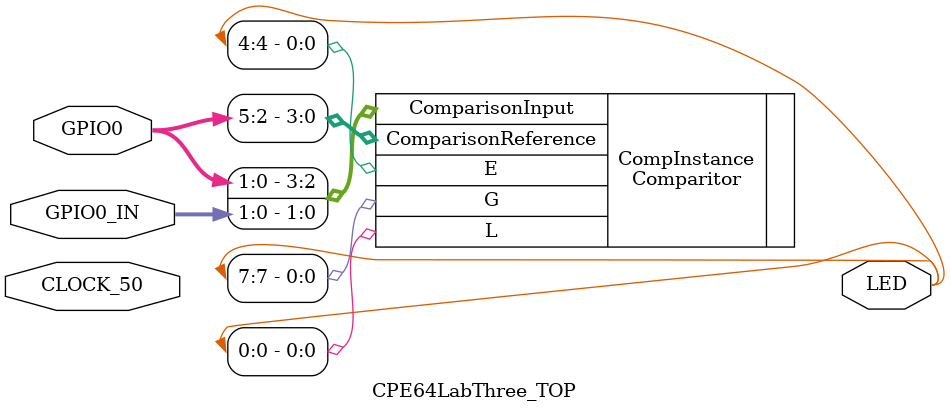
<source format=v>

module CPE64LabThree_TOP(
	input						CLOCK_50,	//brought in for debug use

	input 		  	[7:0]		GPIO0,
	input 		    [1:0]		GPIO0_IN,

	output        	[7:0]		LED
);

//=======================================================
//  Structural coding
//=======================================================
Comparitor CompInstance(
  .ComparisonReference(GPIO0[5:2]),
  .ComparisonInput({GPIO0[1:0], GPIO0_IN[1:0]}),
  .G(LED[7]),
  .E(LED[4]),
  .L(LED[0])
);

endmodule

</source>
